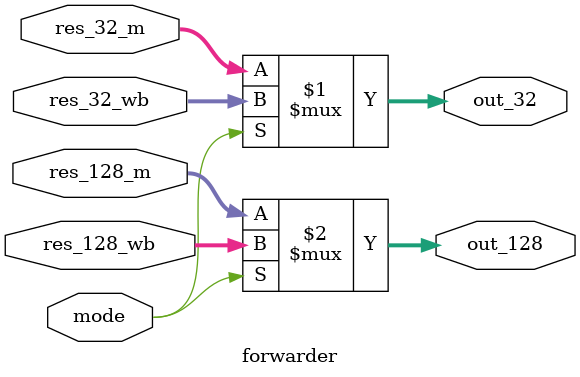
<source format=sv>
module forwarder(mode, res_32_m, res_32_wb, res_128_m, res_128_wb, out_32, out_128);


// Forwarding unit to decide whch values to send to the ALU from farther pipeline stages


////////////////////////////////////////////////////////////////////////////////


// I/O
input [127:0] res_128_m, res_128_wb; // 128-bit values from stages farther down the pipeline
input [31:0] res_32_m, res_32_wb; // 32-bit values from stages farther down the pipeline
input mode; // which value should be forwarded. 0 = M, 1 = WB
output [31:0] out_32;
output [127:0] out_128;


////////////////////////////////////////////////////////////////////////////////


// Output assignment. 0 = M, 1 = WB
assign out_32 = mode ? res_32_wb : res_32_m;
assign out_128 = mode ? res_128_wb : res_128_m;


endmodule

</source>
